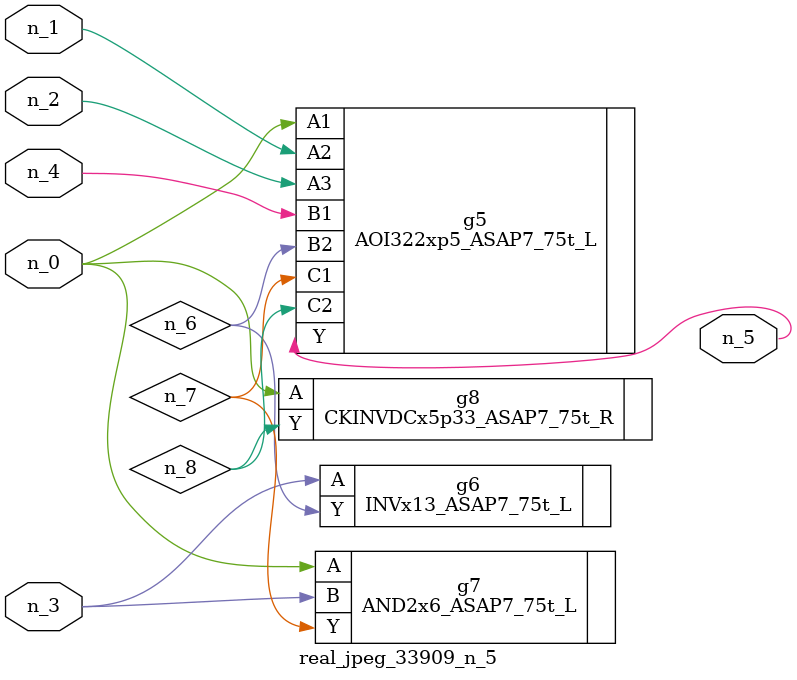
<source format=v>
module real_jpeg_33909_n_5 (n_4, n_0, n_1, n_2, n_3, n_5);

input n_4;
input n_0;
input n_1;
input n_2;
input n_3;

output n_5;

wire n_8;
wire n_6;
wire n_7;

AOI322xp5_ASAP7_75t_L g5 ( 
.A1(n_0),
.A2(n_1),
.A3(n_2),
.B1(n_4),
.B2(n_6),
.C1(n_7),
.C2(n_8),
.Y(n_5)
);

AND2x6_ASAP7_75t_L g7 ( 
.A(n_0),
.B(n_3),
.Y(n_7)
);

CKINVDCx5p33_ASAP7_75t_R g8 ( 
.A(n_0),
.Y(n_8)
);

INVx13_ASAP7_75t_L g6 ( 
.A(n_3),
.Y(n_6)
);


endmodule
</source>
